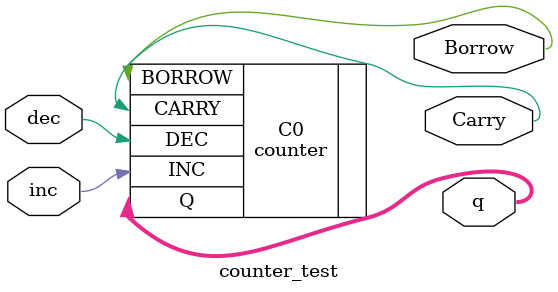
<source format=v>
module counter_test (
	input inc,
	input dec,
	output [3:0] q,
	output Carry,
	output Borrow
);

counter #(10,4) C0 (.INC(inc), .DEC(dec), .Q(q), .CARRY(Carry), .BORROW(Borrow) );

endmodule
</source>
